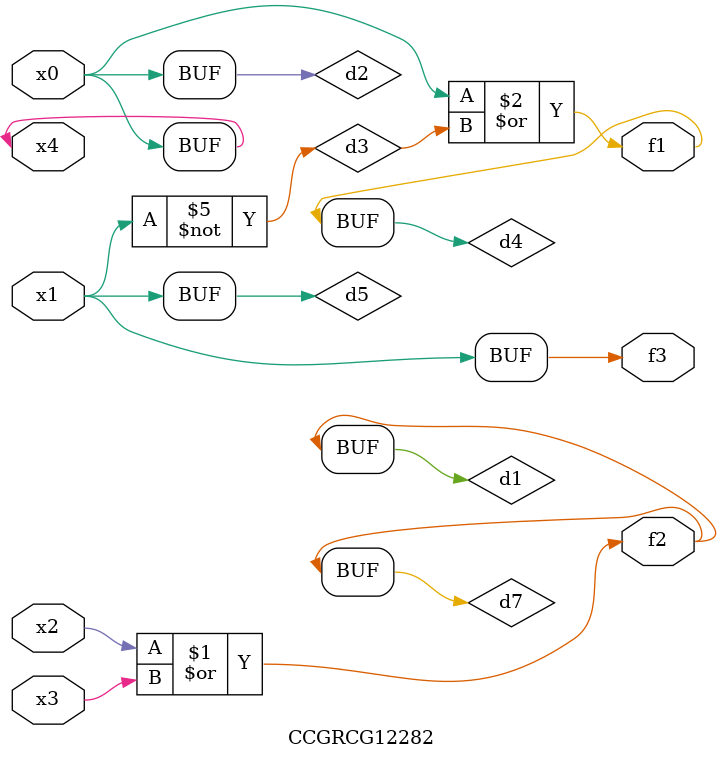
<source format=v>
module CCGRCG12282(
	input x0, x1, x2, x3, x4,
	output f1, f2, f3
);

	wire d1, d2, d3, d4, d5, d6, d7;

	or (d1, x2, x3);
	buf (d2, x0, x4);
	not (d3, x1);
	or (d4, d2, d3);
	not (d5, d3);
	nand (d6, d1, d3);
	or (d7, d1);
	assign f1 = d4;
	assign f2 = d7;
	assign f3 = d5;
endmodule

</source>
